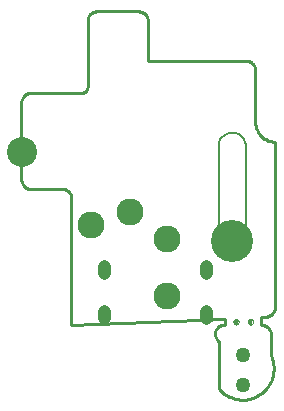
<source format=gbs>
G75*
G70*
%OFA0B0*%
%FSLAX24Y24*%
%IPPOS*%
%LPD*%
%AMOC8*
5,1,8,0,0,1.08239X$1,22.5*
%
%ADD10C,0.0050*%
%ADD11C,0.0100*%
%ADD12C,0.0000*%
%ADD13C,0.0180*%
%ADD14C,0.0004*%
%ADD15C,0.0433*%
%ADD16C,0.0900*%
%ADD17C,0.0500*%
%ADD18C,0.1000*%
%ADD19C,0.1400*%
D10*
X007158Y005886D02*
X007158Y008596D01*
X007160Y008637D01*
X007165Y008677D01*
X007174Y008717D01*
X007187Y008756D01*
X007203Y008793D01*
X007222Y008829D01*
X007245Y008863D01*
X007270Y008895D01*
X007299Y008925D01*
X007329Y008952D01*
X007362Y008976D01*
X007397Y008997D01*
X007434Y009014D01*
X007472Y009029D01*
X007512Y009040D01*
X007552Y009047D01*
X007593Y009051D01*
X007633Y009051D01*
X007674Y009047D01*
X007714Y009040D01*
X007754Y009029D01*
X007792Y009014D01*
X007829Y008997D01*
X007864Y008976D01*
X007897Y008952D01*
X007927Y008925D01*
X007956Y008895D01*
X007981Y008863D01*
X008004Y008829D01*
X008023Y008793D01*
X008039Y008756D01*
X008052Y008717D01*
X008061Y008677D01*
X008066Y008637D01*
X008068Y008596D01*
X008068Y005886D01*
X008066Y005845D01*
X008061Y005805D01*
X008052Y005765D01*
X008039Y005726D01*
X008023Y005689D01*
X008004Y005653D01*
X007981Y005619D01*
X007956Y005587D01*
X007927Y005557D01*
X007897Y005530D01*
X007864Y005506D01*
X007829Y005485D01*
X007792Y005468D01*
X007754Y005453D01*
X007714Y005442D01*
X007674Y005435D01*
X007633Y005431D01*
X007593Y005431D01*
X007552Y005435D01*
X007512Y005442D01*
X007472Y005453D01*
X007434Y005468D01*
X007397Y005485D01*
X007362Y005506D01*
X007329Y005530D01*
X007299Y005557D01*
X007270Y005587D01*
X007245Y005619D01*
X007222Y005653D01*
X007203Y005689D01*
X007187Y005726D01*
X007174Y005765D01*
X007165Y005805D01*
X007160Y005845D01*
X007158Y005886D01*
D11*
X007364Y002832D02*
X002254Y002646D01*
X002254Y006898D01*
X002248Y006931D01*
X002239Y006963D01*
X002226Y006994D01*
X002210Y007023D01*
X002192Y007050D01*
X002170Y007076D01*
X002146Y007099D01*
X002120Y007119D01*
X002092Y007137D01*
X002062Y007151D01*
X002031Y007162D01*
X001999Y007170D01*
X001966Y007175D01*
X001933Y007176D01*
X001900Y007174D01*
X001899Y007174D02*
X000904Y007174D01*
X000871Y007176D01*
X000839Y007181D01*
X000807Y007189D01*
X000776Y007201D01*
X000747Y007216D01*
X000719Y007234D01*
X000693Y007255D01*
X000670Y007278D01*
X000649Y007304D01*
X000631Y007331D01*
X000616Y007361D01*
X000604Y007392D01*
X000596Y007424D01*
X000591Y007456D01*
X000589Y007489D01*
X000589Y010062D01*
X000591Y010095D01*
X000596Y010127D01*
X000604Y010159D01*
X000616Y010190D01*
X000631Y010219D01*
X000649Y010247D01*
X000670Y010273D01*
X000693Y010296D01*
X000719Y010317D01*
X000747Y010335D01*
X000776Y010350D01*
X000807Y010362D01*
X000839Y010370D01*
X000871Y010375D01*
X000904Y010377D01*
X002595Y010377D01*
X002595Y010376D02*
X002621Y010378D01*
X002646Y010383D01*
X002670Y010391D01*
X002693Y010402D01*
X002715Y010417D01*
X002734Y010434D01*
X002751Y010453D01*
X002766Y010474D01*
X002777Y010498D01*
X002785Y010522D01*
X002790Y010547D01*
X002792Y010573D01*
X002792Y012782D01*
X002794Y012815D01*
X002799Y012847D01*
X002807Y012879D01*
X002819Y012910D01*
X002834Y012939D01*
X002852Y012967D01*
X002873Y012993D01*
X002896Y013016D01*
X002922Y013037D01*
X002950Y013055D01*
X002979Y013070D01*
X003010Y013082D01*
X003042Y013090D01*
X003074Y013095D01*
X003107Y013097D01*
X004489Y013097D01*
X004522Y013095D01*
X004554Y013090D01*
X004586Y013082D01*
X004617Y013070D01*
X004646Y013055D01*
X004674Y013037D01*
X004700Y013016D01*
X004723Y012993D01*
X004744Y012967D01*
X004762Y012939D01*
X004777Y012910D01*
X004789Y012879D01*
X004797Y012847D01*
X004802Y012815D01*
X004804Y012782D01*
X004804Y011456D01*
X008073Y011456D01*
X008073Y011455D02*
X008108Y011452D01*
X008142Y011444D01*
X008175Y011433D01*
X008207Y011419D01*
X008237Y011401D01*
X008265Y011380D01*
X008291Y011356D01*
X008315Y011330D01*
X008335Y011302D01*
X008352Y011271D01*
X008367Y011239D01*
X008377Y011206D01*
X008384Y011171D01*
X008388Y011136D01*
X008387Y011101D01*
X008388Y011101D02*
X008388Y009382D01*
X008387Y009381D02*
X008391Y009333D01*
X008397Y009285D01*
X008408Y009237D01*
X008422Y009191D01*
X008439Y009145D01*
X008460Y009101D01*
X008484Y009059D01*
X008511Y009019D01*
X008541Y008981D01*
X008574Y008945D01*
X008610Y008911D01*
X008647Y008881D01*
X008687Y008853D01*
X008729Y008828D01*
X008773Y008807D01*
X008818Y008789D01*
X008864Y008774D01*
X008912Y008763D01*
X008960Y008756D01*
X009008Y008752D01*
X009057Y008751D01*
X009057Y008752D02*
X009057Y003294D01*
X009055Y003255D01*
X009049Y003217D01*
X009040Y003180D01*
X009027Y003143D01*
X009010Y003108D01*
X008991Y003075D01*
X008968Y003044D01*
X008942Y003015D01*
X008913Y002989D01*
X008882Y002966D01*
X008849Y002947D01*
X008814Y002930D01*
X008777Y002917D01*
X008740Y002908D01*
X008702Y002902D01*
X008663Y002900D01*
X008663Y002901D02*
X008585Y002901D01*
X008585Y002646D01*
X008618Y002644D01*
X008650Y002639D01*
X008682Y002631D01*
X008713Y002619D01*
X008742Y002604D01*
X008770Y002586D01*
X008796Y002565D01*
X008819Y002542D01*
X008840Y002516D01*
X008858Y002488D01*
X008873Y002459D01*
X008885Y002428D01*
X008893Y002396D01*
X008898Y002364D01*
X008900Y002331D01*
X008900Y001623D01*
X008925Y001565D01*
X008947Y001505D01*
X008964Y001444D01*
X008978Y001382D01*
X008988Y001320D01*
X008995Y001257D01*
X008997Y001193D01*
X008995Y001130D01*
X008990Y001066D01*
X008981Y001004D01*
X008968Y000942D01*
X008951Y000880D01*
X008930Y000820D01*
X008906Y000762D01*
X008878Y000705D01*
X008847Y000649D01*
X008813Y000596D01*
X008775Y000545D01*
X008734Y000496D01*
X008690Y000450D01*
X008644Y000407D01*
X008595Y000367D01*
X008544Y000329D01*
X008490Y000295D01*
X008435Y000265D01*
X008377Y000237D01*
X008318Y000214D01*
X008258Y000194D01*
X008197Y000177D01*
X008135Y000165D01*
X008072Y000156D01*
X008009Y000151D01*
X007945Y000150D01*
X007882Y000153D01*
X007819Y000160D01*
X007756Y000170D01*
X007694Y000185D01*
X007633Y000203D01*
X007574Y000225D01*
X007516Y000251D01*
X007459Y000280D01*
X007405Y000312D01*
X007352Y000348D01*
X007302Y000387D01*
X007254Y000428D01*
X007209Y000473D01*
X007167Y000520D01*
X007167Y002095D01*
X007168Y002096D02*
X007141Y002117D01*
X007116Y002141D01*
X007095Y002168D01*
X007076Y002197D01*
X007061Y002228D01*
X007050Y002260D01*
X007042Y002293D01*
X007038Y002328D01*
X007039Y002362D01*
X007043Y002396D01*
X007050Y002430D01*
X007062Y002462D01*
X007077Y002493D01*
X007096Y002522D01*
X007117Y002548D01*
X007142Y002572D01*
X007169Y002593D01*
X007198Y002611D01*
X007229Y002626D01*
X007262Y002637D01*
X007296Y002644D01*
X007330Y002647D01*
X007364Y002646D01*
X007364Y002832D01*
D12*
X007650Y002746D02*
X007652Y002765D01*
X007658Y002783D01*
X007667Y002799D01*
X007680Y002813D01*
X007695Y002824D01*
X007712Y002832D01*
X007731Y002836D01*
X007749Y002836D01*
X007768Y002832D01*
X007785Y002824D01*
X007800Y002813D01*
X007813Y002799D01*
X007822Y002783D01*
X007828Y002765D01*
X007830Y002746D01*
X007828Y002727D01*
X007822Y002709D01*
X007813Y002693D01*
X007800Y002679D01*
X007785Y002668D01*
X007768Y002660D01*
X007749Y002656D01*
X007731Y002656D01*
X007712Y002660D01*
X007695Y002668D01*
X007680Y002679D01*
X007667Y002693D01*
X007658Y002709D01*
X007652Y002727D01*
X007650Y002746D01*
X008130Y002746D02*
X008132Y002765D01*
X008138Y002783D01*
X008147Y002799D01*
X008160Y002813D01*
X008175Y002824D01*
X008192Y002832D01*
X008211Y002836D01*
X008229Y002836D01*
X008248Y002832D01*
X008265Y002824D01*
X008280Y002813D01*
X008293Y002799D01*
X008302Y002783D01*
X008308Y002765D01*
X008310Y002746D01*
X008308Y002727D01*
X008302Y002709D01*
X008293Y002693D01*
X008280Y002679D01*
X008265Y002668D01*
X008248Y002660D01*
X008229Y002656D01*
X008211Y002656D01*
X008192Y002660D01*
X008175Y002668D01*
X008160Y002679D01*
X008147Y002693D01*
X008138Y002709D01*
X008132Y002727D01*
X008130Y002746D01*
D13*
X008220Y002746D03*
X007740Y002746D03*
D14*
X006855Y002860D02*
X006855Y003104D01*
X006853Y003124D01*
X006848Y003144D01*
X006839Y003163D01*
X006827Y003180D01*
X006813Y003194D01*
X006796Y003206D01*
X006777Y003215D01*
X006757Y003220D01*
X006737Y003222D01*
X006717Y003220D01*
X006697Y003215D01*
X006678Y003206D01*
X006661Y003194D01*
X006647Y003180D01*
X006635Y003163D01*
X006626Y003144D01*
X006621Y003124D01*
X006619Y003104D01*
X006619Y002860D01*
X006621Y002840D01*
X006626Y002820D01*
X006635Y002801D01*
X006647Y002784D01*
X006661Y002770D01*
X006678Y002758D01*
X006697Y002749D01*
X006717Y002744D01*
X006737Y002742D01*
X006757Y002744D01*
X006777Y002749D01*
X006796Y002758D01*
X006813Y002770D01*
X006827Y002784D01*
X006839Y002801D01*
X006848Y002820D01*
X006853Y002840D01*
X006855Y002860D01*
X006855Y004356D02*
X006855Y004600D01*
X006853Y004620D01*
X006848Y004640D01*
X006839Y004659D01*
X006827Y004676D01*
X006813Y004690D01*
X006796Y004702D01*
X006777Y004711D01*
X006757Y004716D01*
X006737Y004718D01*
X006717Y004716D01*
X006697Y004711D01*
X006678Y004702D01*
X006661Y004690D01*
X006647Y004676D01*
X006635Y004659D01*
X006626Y004640D01*
X006621Y004620D01*
X006619Y004600D01*
X006619Y004356D01*
X006621Y004336D01*
X006626Y004316D01*
X006635Y004297D01*
X006647Y004280D01*
X006661Y004266D01*
X006678Y004254D01*
X006697Y004245D01*
X006717Y004240D01*
X006737Y004238D01*
X006757Y004240D01*
X006777Y004245D01*
X006796Y004254D01*
X006813Y004266D01*
X006827Y004280D01*
X006839Y004297D01*
X006848Y004316D01*
X006853Y004336D01*
X006855Y004356D01*
X003454Y004356D02*
X003454Y004600D01*
X003452Y004620D01*
X003447Y004640D01*
X003438Y004659D01*
X003426Y004676D01*
X003412Y004690D01*
X003395Y004702D01*
X003376Y004711D01*
X003356Y004716D01*
X003336Y004718D01*
X003316Y004716D01*
X003296Y004711D01*
X003277Y004702D01*
X003260Y004690D01*
X003246Y004676D01*
X003234Y004659D01*
X003225Y004640D01*
X003220Y004620D01*
X003218Y004600D01*
X003218Y004356D01*
X003220Y004336D01*
X003225Y004316D01*
X003234Y004297D01*
X003246Y004280D01*
X003260Y004266D01*
X003277Y004254D01*
X003296Y004245D01*
X003316Y004240D01*
X003336Y004238D01*
X003356Y004240D01*
X003376Y004245D01*
X003395Y004254D01*
X003412Y004266D01*
X003426Y004280D01*
X003438Y004297D01*
X003447Y004316D01*
X003452Y004336D01*
X003454Y004356D01*
X003454Y003104D02*
X003454Y002860D01*
X003452Y002840D01*
X003447Y002820D01*
X003438Y002801D01*
X003426Y002784D01*
X003412Y002770D01*
X003395Y002758D01*
X003376Y002749D01*
X003356Y002744D01*
X003336Y002742D01*
X003316Y002744D01*
X003296Y002749D01*
X003277Y002758D01*
X003260Y002770D01*
X003246Y002784D01*
X003234Y002801D01*
X003225Y002820D01*
X003220Y002840D01*
X003218Y002860D01*
X003218Y003104D01*
X003220Y003124D01*
X003225Y003144D01*
X003234Y003163D01*
X003246Y003180D01*
X003260Y003194D01*
X003277Y003206D01*
X003296Y003215D01*
X003316Y003220D01*
X003336Y003222D01*
X003356Y003220D01*
X003376Y003215D01*
X003395Y003206D01*
X003412Y003194D01*
X003426Y003180D01*
X003438Y003163D01*
X003447Y003144D01*
X003452Y003124D01*
X003454Y003104D01*
D15*
X003336Y002862D02*
X003336Y002862D01*
X003336Y003098D01*
X003336Y003098D01*
X003336Y002862D01*
X003336Y004358D02*
X003336Y004358D01*
X003336Y004594D01*
X003336Y004594D01*
X003336Y004358D01*
X006737Y004358D02*
X006737Y004358D01*
X006737Y004594D01*
X006737Y004594D01*
X006737Y004358D01*
X006737Y002862D02*
X006737Y002862D01*
X006737Y003098D01*
X006737Y003098D01*
X006737Y002862D01*
D16*
X005427Y003616D03*
X005427Y005516D03*
X004197Y006396D03*
X002897Y005976D03*
D17*
X007987Y001646D03*
X007987Y000646D03*
D18*
X000600Y008396D03*
D19*
X007615Y005436D03*
M02*

</source>
